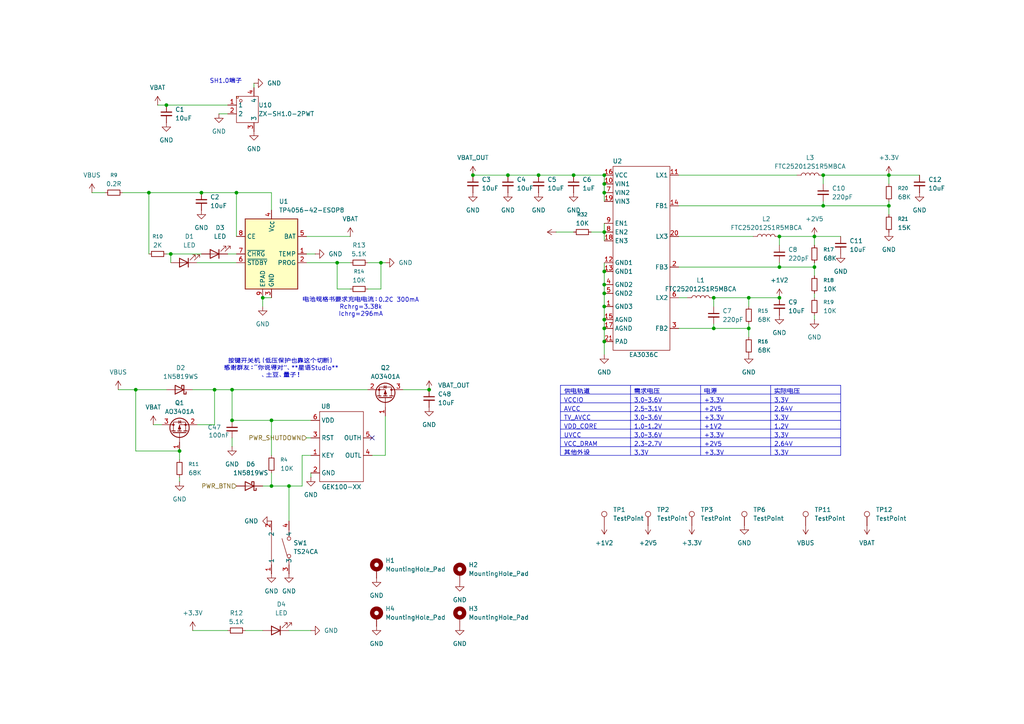
<source format=kicad_sch>
(kicad_sch (version 20250114) (generator "eeschema") (generator_version "9.0")
  (paper "A4")
  (title_block (title "明日方舟电子通行证") (date "2025-11-26") (rev "V0.3.1") (company "Shirogane Tsumugi") (comment 1 "V0.3 添加屏幕兼容接口，添加SD卡槽，优化布线") (comment 2 "V0.3.1 BUG修复") (comment 3 "V0.3.2（V0.4） 生产优化。") (comment 4 "V0.5 实现按键开关机、低电量关机、拉出i2s"))
  (lib_symbols
    (symbol "Battery_Management:TP4056-42-ESOP8"
      (property "Reference" "U" (at -6.604 11.684 0))
      (property "Value" "TP4056-42-ESOP8" (at 10.16 11.684 0))
      (symbol "TP4056-42-ESOP8_1_0"
        (pin input line (at -10.16 5.08 0) (length 2.54) (name "CE") (number "8"))
        (pin open_collector line (at -10.16 0 0) (length 2.54) (name "~{CHRG}") (number "7"))
        (pin open_collector line (at -10.16 -2.54 0) (length 2.54) (name "~{STDBY}") (number "6"))
        (pin passive line (at -2.54 -12.7 90) (length 2.54) (name "EPAD") (number "9"))
        (pin power_in line (at 0 12.7 270) (length 2.54) (name "V_{CC}") (number "4"))
        (pin power_in line (at 0 -12.7 90) (length 2.54) (name "GND") (number "3"))
        (pin power_out line (at 10.16 5.08 180) (length 2.54) (name "BAT") (number "5"))
        (pin input line (at 10.16 0 180) (length 2.54) (name "TEMP") (number "1"))
        (pin passive line (at 10.16 -2.54 180) (length 2.54) (name "PROG") (number "2"))
      )
    )
    (symbol "Connector:TestPoint" (pin_numbers (hide yes)) (pin_names (offset 0.762) (hide yes))
      (property "Reference" "TP" (at 0 6.858 0))
      (property "Value" "TestPoint" (at 0 5.08 0))
      (symbol "TestPoint_1_1"
        (pin passive line (at 0 0 90) (length 2.54) (name "1") (number "1"))
      )
    )
    (symbol "Device:C_Small" (pin_numbers (hide yes)) (pin_names (offset 0.254) (hide yes))
      (property "Reference" "C" (at 0.254 1.778 0))
      (property "Value" "C_Small" (at 0.254 -2.032 0))
      (symbol "C_Small_1_1"
        (pin passive line (at 0 2.54 270) (length 2.032) (name "~") (number "1"))
        (pin passive line (at 0 -2.54 90) (length 2.032) (name "~") (number "2"))
      )
    )
    (symbol "Device:L" (pin_numbers (hide yes)) (pin_names (offset 1.016) (hide yes))
      (property "Reference" "L" (at -1.27 0 90))
      (property "Value" "L" (at 1.905 0 90))
      (symbol "L_1_1"
        (pin passive line (at 0 3.81 270) (length 1.27) (name "1") (number "1"))
        (pin passive line (at 0 -3.81 90) (length 1.27) (name "2") (number "2"))
      )
    )
    (symbol "Device:LED" (pin_numbers (hide yes)) (pin_names (offset 1.016) (hide yes))
      (property "Reference" "D" (at 0 2.54 0))
      (property "Value" "LED" (at 0 -2.54 0))
      (symbol "LED_1_1"
        (pin passive line (at -3.81 0 0) (length 2.54) (name "K") (number "1"))
        (pin passive line (at 3.81 0 180) (length 2.54) (name "A") (number "2"))
      )
    )
    (symbol "Device:R_Small" (pin_numbers (hide yes)) (pin_names (offset 0.254) (hide yes))
      (property "Reference" "R" (at 0 0 90))
      (property "Value" "R_Small" (at 1.778 0 90))
      (symbol "R_Small_1_1"
        (pin passive line (at 0 2.54 270) (length 0.762) (name "~") (number "1"))
        (pin passive line (at 0 -2.54 90) (length 0.762) (name "~") (number "2"))
      )
    )
    (symbol "Diode:1N5819WS" (pin_numbers (hide yes)) (pin_names (offset 1.016) (hide yes))
      (property "Reference" "D" (at 0 2.54 0))
      (property "Value" "1N5819WS" (at 0 -2.54 0))
      (symbol "1N5819WS_1_1"
        (pin passive line (at -3.81 0 0) (length 2.54) (name "K") (number "1"))
        (pin passive line (at 3.81 0 180) (length 2.54) (name "A") (number "2"))
      )
    )
    (symbol "EasyEDA:EA3036C"
      (property "Reference" "U" (at -7.874 33.02 0))
      (property "Value" "EA3036C" (at 0 -22.86 0))
      (symbol "EA3036C_0_1"
        (pin power_in line (at -11.43 29.21 0) (length 2.54) (name "VCC") (number "16"))
        (pin power_in line (at -11.43 26.67 0) (length 2.54) (name "VIN1") (number "10"))
        (pin power_in line (at -11.43 24.13 0) (length 2.54) (name "VIN2") (number "7"))
        (pin power_in line (at -11.43 21.59 0) (length 2.54) (name "VIN3") (number "19"))
        (pin input line (at -11.43 15.24 0) (length 2.54) (name "EN1") (number "9"))
        (pin input line (at -11.43 12.7 0) (length 2.54) (name "EN2") (number "8"))
        (pin input line (at -11.43 10.16 0) (length 2.54) (name "EN3") (number "18"))
        (pin power_in line (at -11.43 3.81 0) (length 2.54) (name "GND1") (number "12"))
        (pin power_in line (at -11.43 1.27 0) (length 2.54) (name "GND1") (number "13"))
        (pin power_in line (at -11.43 -2.54 0) (length 2.54) (name "GND2") (number "4"))
        (pin power_in line (at -11.43 -5.08 0) (length 2.54) (name "GND2") (number "5"))
        (pin power_in line (at -11.43 -8.89 0) (length 2.54) (name "GND3") (number "1"))
        (pin power_in line (at -11.43 -12.7 0) (length 2.54) (name "AGND") (number "15"))
        (pin power_in line (at -11.43 -15.24 0) (length 2.54) (name "AGND") (number "17"))
        (pin power_in line (at -11.43 -19.05 0) (length 2.54) (name "PAD") (number "21"))
        (pin unspecified line (at 10.16 29.21 180) (length 2.54) (name "LX1") (number "11"))
        (pin unspecified line (at 10.16 20.32 180) (length 2.54) (name "FB1") (number "14"))
        (pin unspecified line (at 10.16 11.43 180) (length 2.54) (name "LX3") (number "20"))
        (pin unspecified line (at 10.16 2.54 180) (length 2.54) (name "FB3") (number "2"))
        (pin unspecified line (at 10.16 -6.35 180) (length 2.54) (name "LX2") (number "6"))
        (pin unspecified line (at 10.16 -15.24 180) (length 2.54) (name "FB2") (number "3"))
      )
    )
    (symbol "EasyEDA:ZX-SH1.0-2PWT"
      (property "Reference" "U" (at 0 11.43 0))
      (property "Value" "ZX-SH1.0-2PWT" (at 0 -11.43 0))
      (symbol "ZX-SH1.0-2PWT_0_1"
        (pin unspecified line (at -3.81 1.27 0) (length 2.54) (name "1") (number "1"))
        (pin unspecified line (at -3.81 -1.27 0) (length 2.54) (name "2") (number "2"))
        (pin unspecified line (at 3.81 6.35 270) (length 2.54) (name "4") (number "4"))
        (pin unspecified line (at 3.81 -6.35 90) (length 2.54) (name "3") (number "3"))
      )
    )
    (symbol "EasyEDA_old:TS24CA"
      (property "Reference" "SW" (at 0 7.62 0))
      (property "Value" "TS24CA" (at 0 -7.62 0))
      (symbol "TS24CA_0_1"
        (pin unspecified line (at -7.62 2.54 0) (length 2.54) (name "1") (number "1"))
        (pin unspecified line (at -7.62 -2.54 0) (length 2.54) (name "3") (number "3"))
        (pin unspecified line (at 7.62 -2.54 180) (length 2.54) (name "4") (number "4"))
      )
      (symbol "TS24CA_1_1"
        (pin unspecified line (at 7.62 2.54 180) (length 2.54) (name "2") (number "2"))
      )
    )
    (symbol "Mechanical:MountingHole_Pad" (pin_numbers (hide yes)) (pin_names (offset 1.016) (hide yes)) (in_bom no)
      (property "Reference" "H" (at 0 6.35 0))
      (property "Value" "MountingHole_Pad" (at 0 4.445 0))
      (symbol "MountingHole_Pad_1_1"
        (pin input line (at 0 -2.54 90) (length 2.54) (name "1") (number "1"))
      )
    )
    (symbol "Transistor_FET:AO3401A" (pin_names (hide yes))
      (property "Reference" "Q" (at 5.08 1.905 0))
      (property "Value" "AO3401A" (at 5.08 0 0))
      (symbol "AO3401A_1_1"
        (pin input line (at -5.08 0 0) (length 2.54) (name "G") (number "1"))
        (pin passive line (at 2.54 5.08 270) (length 2.54) (name "D") (number "3"))
        (pin passive line (at 2.54 -5.08 90) (length 2.54) (name "S") (number "2"))
      )
    )
    (symbol "power:+1V2" (power) (pin_numbers (hide yes)) (pin_names (offset 0) (hide yes))
      (property "Value" "+1V2" (at 0 3.556 0))
      (symbol "+1V2_1_1"
        (pin power_in line (at 0 0 90) (length 0) (name "~") (number "1"))
      )
    )
    (symbol "power:+2V5" (power) (pin_numbers (hide yes)) (pin_names (offset 0) (hide yes))
      (property "Value" "+2V5" (at 0 3.556 0))
      (symbol "+2V5_1_1"
        (pin power_in line (at 0 0 90) (length 0) (name "~") (number "1"))
      )
    )
    (symbol "power:+3.3V" (power) (pin_numbers (hide yes)) (pin_names (offset 0) (hide yes))
      (property "Value" "+3.3V" (at 0 3.556 0))
      (symbol "+3.3V_1_1"
        (pin power_in line (at 0 0 90) (length 0) (name "~") (number "1"))
      )
    )
    (symbol "power:GND" (power) (pin_numbers (hide yes)) (pin_names (offset 0) (hide yes))
      (property "Value" "GND" (at 0 -3.81 0))
      (symbol "GND_1_1"
        (pin power_in line (at 0 0 270) (length 0) (name "~") (number "1"))
      )
    )
    (symbol "power:VBUS" (power) (pin_numbers (hide yes)) (pin_names (offset 0) (hide yes))
      (property "Value" "VBUS" (at 0 3.556 0))
      (symbol "VBUS_1_1"
        (pin power_in line (at 0 0 90) (length 0) (name "~") (number "1"))
      )
    )
    (symbol "shirogane:GEK100-XX"
      (symbol "GEK100-XX_1_1"
        (pin power_in line (at -8.89 7.62 0) (length 2.54) (name "VDD") (number "6"))
        (pin input line (at -8.89 2.54 0) (length 2.54) (name "RST") (number "3"))
        (pin input line (at -8.89 -2.54 0) (length 2.54) (name "KEY") (number "1"))
        (pin power_in line (at -8.89 -7.62 0) (length 2.54) (name "GND") (number "2"))
        (pin output line (at 8.89 2.54 180) (length 2.54) (name "OUTH") (number "5"))
        (pin output line (at 8.89 -2.54 180) (length 2.54) (name "OUTL") (number "4"))
      )
    )
  )
  (text "按键开关机（低压保护也靠这个切断）\n感谢群友：“你说得对”、**星语Studio**\n、土豆、量子！" (at 81.534 106.934 0) (effects (font (size 1.27 1.27))))
  (text "SH1.0端子" (at 65.532 23.622 0) (effects (font (size 1.27 1.27))))
  (text "电池规格书要求充电电流：0.2C 300mA\nRchrg=3.38k\nIchrg=296mA" (at 104.648 89.154 0) (effects (font (size 1.27 1.27))))
  (junction (at 156.21 50.8))
  (junction (at 175.26 50.8))
  (junction (at 238.76 59.69))
  (junction (at 67.31 121.92))
  (junction (at 238.76 50.8))
  (junction (at 226.06 68.58))
  (junction (at 207.01 95.25))
  (junction (at 207.01 86.36))
  (junction (at 67.31 113.03))
  (junction (at 49.53 73.66))
  (junction (at 39.37 113.03))
  (junction (at 58.42 55.88))
  (junction (at 97.79 76.2))
  (junction (at 76.2 86.36))
  (junction (at 175.26 88.9))
  (junction (at 175.26 67.31))
  (junction (at 78.74 140.97))
  (junction (at 166.37 50.8))
  (junction (at 257.81 59.69))
  (junction (at 236.22 77.47))
  (junction (at 175.26 82.55))
  (junction (at 175.26 85.09))
  (junction (at 83.82 140.97))
  (junction (at 175.26 53.34))
  (junction (at 48.26 30.48))
  (junction (at 226.06 77.47))
  (junction (at 78.74 121.92))
  (junction (at 137.16 50.8))
  (junction (at 236.22 68.58))
  (junction (at 124.46 113.03))
  (junction (at 68.58 55.88))
  (junction (at 257.81 50.8))
  (junction (at 217.17 95.25))
  (junction (at 175.26 55.88))
  (junction (at 43.18 55.88))
  (junction (at 110.49 76.2))
  (junction (at 147.32 50.8))
  (junction (at 175.26 99.06))
  (junction (at 175.26 92.71))
  (junction (at 62.23 113.03))
  (junction (at 175.26 78.74))
  (junction (at 217.17 86.36))
  (junction (at 226.06 86.36))
  (junction (at 175.26 95.25))
  (junction (at 52.07 130.81))
  (no_connect (at 107.95 127))
  (wire (pts (xy 175.26 50.8) (xy 175.26 53.34)))
  (wire (pts (xy 39.37 113.03) (xy 48.26 113.03)))
  (wire (pts (xy 39.37 130.81) (xy 52.07 130.81)))
  (wire (pts (xy 236.22 68.58) (xy 243.84 68.58)))
  (wire (pts (xy 49.53 73.66) (xy 58.42 73.66)))
  (wire (pts (xy 166.37 67.31) (xy 161.29 67.31)))
  (wire (pts (xy 166.37 50.8) (xy 175.26 50.8)))
  (wire (pts (xy 110.49 83.82) (xy 110.49 76.2)))
  (wire (pts (xy 87.63 140.97) (xy 87.63 132.08)))
  (wire (pts (xy 39.37 113.03) (xy 34.29 113.03)))
  (wire (pts (xy 207.01 86.36) (xy 217.17 86.36)))
  (wire (pts (xy 238.76 50.8) (xy 238.76 53.34)))
  (wire (pts (xy 257.81 50.8) (xy 257.81 53.34)))
  (wire (pts (xy 175.26 82.55) (xy 175.26 85.09)))
  (wire (pts (xy 73.66 24.13) (xy 73.66 25.4)))
  (wire (pts (xy 45.72 30.48) (xy 48.26 30.48)))
  (wire (pts (xy 43.18 55.88) (xy 43.18 73.66)))
  (wire (pts (xy 101.6 83.82) (xy 97.79 83.82)))
  (wire (pts (xy 68.58 55.88) (xy 68.58 68.58)))
  (wire (pts (xy 26.67 55.88) (xy 30.48 55.88)))
  (wire (pts (xy 78.74 121.92) (xy 90.17 121.92)))
  (wire (pts (xy 137.16 50.8) (xy 147.32 50.8)))
  (wire (pts (xy 196.85 68.58) (xy 218.44 68.58)))
  (wire (pts (xy 67.31 113.03) (xy 106.68 113.03)))
  (wire (pts (xy 58.42 55.88) (xy 68.58 55.88)))
  (wire (pts (xy 217.17 93.98) (xy 217.17 95.25)))
  (wire (pts (xy 49.53 73.66) (xy 49.53 76.2)))
  (wire (pts (xy 236.22 68.58) (xy 236.22 71.12)))
  (wire (pts (xy 147.32 50.8) (xy 156.21 50.8)))
  (wire (pts (xy 90.17 137.16) (xy 90.17 138.43)))
  (wire (pts (xy 78.74 121.92) (xy 78.74 132.08)))
  (wire (pts (xy 67.31 129.54) (xy 67.31 127)))
  (wire (pts (xy 226.06 68.58) (xy 226.06 71.12)))
  (wire (pts (xy 116.84 113.03) (xy 124.46 113.03)))
  (wire (pts (xy 236.22 92.71) (xy 236.22 91.44)))
  (wire (pts (xy 68.58 55.88) (xy 78.74 55.88)))
  (wire (pts (xy 76.2 88.9) (xy 76.2 86.36)))
  (wire (pts (xy 62.23 123.19) (xy 57.15 123.19)))
  (wire (pts (xy 101.6 68.58) (xy 88.9 68.58)))
  (wire (pts (xy 90.17 182.88) (xy 83.82 182.88)))
  (wire (pts (xy 175.26 53.34) (xy 175.26 55.88)))
  (wire (pts (xy 226.06 68.58) (xy 236.22 68.58)))
  (wire (pts (xy 175.26 64.77) (xy 175.26 67.31)))
  (wire (pts (xy 238.76 59.69) (xy 257.81 59.69)))
  (wire (pts (xy 236.22 77.47) (xy 236.22 80.01)))
  (wire (pts (xy 175.26 67.31) (xy 175.26 69.85)))
  (wire (pts (xy 257.81 50.8) (xy 266.7 50.8)))
  (wire (pts (xy 62.23 113.03) (xy 67.31 113.03)))
  (wire (pts (xy 175.26 92.71) (xy 175.26 95.25)))
  (wire (pts (xy 196.85 59.69) (xy 238.76 59.69)))
  (wire (pts (xy 78.74 137.16) (xy 78.74 140.97)))
  (wire (pts (xy 207.01 95.25) (xy 217.17 95.25)))
  (wire (pts (xy 207.01 86.36) (xy 207.01 88.9)))
  (wire (pts (xy 217.17 86.36) (xy 217.17 88.9)))
  (wire (pts (xy 97.79 76.2) (xy 101.6 76.2)))
  (wire (pts (xy 63.5 33.02) (xy 66.04 33.02)))
  (wire (pts (xy 175.26 99.06) (xy 175.26 102.87)))
  (wire (pts (xy 52.07 133.35) (xy 52.07 130.81)))
  (wire (pts (xy 35.56 55.88) (xy 43.18 55.88)))
  (wire (pts (xy 236.22 76.2) (xy 236.22 77.47)))
  (wire (pts (xy 110.49 76.2) (xy 106.68 76.2)))
  (wire (pts (xy 44.45 123.19) (xy 46.99 123.19)))
  (wire (pts (xy 52.07 139.7) (xy 52.07 138.43)))
  (wire (pts (xy 83.82 151.13) (xy 83.82 140.97)))
  (wire (pts (xy 217.17 95.25) (xy 217.17 97.79)))
  (wire (pts (xy 55.88 182.88) (xy 66.04 182.88)))
  (wire (pts (xy 236.22 86.36) (xy 236.22 85.09)))
  (wire (pts (xy 62.23 113.03) (xy 62.23 123.19)))
  (wire (pts (xy 196.85 77.47) (xy 226.06 77.47)))
  (wire (pts (xy 78.74 140.97) (xy 83.82 140.97)))
  (wire (pts (xy 226.06 86.36) (xy 217.17 86.36)))
  (wire (pts (xy 238.76 50.8) (xy 257.81 50.8)))
  (wire (pts (xy 196.85 95.25) (xy 207.01 95.25)))
  (wire (pts (xy 175.26 85.09) (xy 175.26 88.9)))
  (wire (pts (xy 48.26 73.66) (xy 49.53 73.66)))
  (wire (pts (xy 175.26 78.74) (xy 175.26 82.55)))
  (wire (pts (xy 175.26 55.88) (xy 175.26 58.42)))
  (wire (pts (xy 171.45 67.31) (xy 175.26 67.31)))
  (wire (pts (xy 88.9 76.2) (xy 97.79 76.2)))
  (wire (pts (xy 111.76 120.65) (xy 111.76 132.08)))
  (wire (pts (xy 97.79 83.82) (xy 97.79 76.2)))
  (wire (pts (xy 66.04 73.66) (xy 68.58 73.66)))
  (wire (pts (xy 90.17 127) (xy 88.9 127)))
  (wire (pts (xy 196.85 50.8) (xy 231.14 50.8)))
  (wire (pts (xy 57.15 76.2) (xy 68.58 76.2)))
  (wire (pts (xy 226.06 77.47) (xy 236.22 77.47)))
  (wire (pts (xy 175.26 88.9) (xy 175.26 92.71)))
  (wire (pts (xy 48.26 30.48) (xy 66.04 30.48)))
  (wire (pts (xy 196.85 86.36) (xy 199.39 86.36)))
  (wire (pts (xy 76.2 86.36) (xy 78.74 86.36)))
  (wire (pts (xy 107.95 132.08) (xy 111.76 132.08)))
  (wire (pts (xy 207.01 93.98) (xy 207.01 95.25)))
  (wire (pts (xy 226.06 76.2) (xy 226.06 77.47)))
  (wire (pts (xy 87.63 140.97) (xy 83.82 140.97)))
  (wire (pts (xy 67.31 113.03) (xy 67.31 121.92)))
  (wire (pts (xy 39.37 113.03) (xy 39.37 130.81)))
  (wire (pts (xy 257.81 59.69) (xy 257.81 62.23)))
  (wire (pts (xy 78.74 55.88) (xy 78.74 60.96)))
  (wire (pts (xy 238.76 58.42) (xy 238.76 59.69)))
  (wire (pts (xy 175.26 95.25) (xy 175.26 99.06)))
  (wire (pts (xy 88.9 73.66) (xy 91.44 73.66)))
  (wire (pts (xy 76.2 140.97) (xy 78.74 140.97)))
  (wire (pts (xy 106.68 83.82) (xy 110.49 83.82)))
  (wire (pts (xy 111.76 76.2) (xy 110.49 76.2)))
  (wire (pts (xy 43.18 55.88) (xy 58.42 55.88)))
  (wire (pts (xy 175.26 76.2) (xy 175.26 78.74)))
  (wire (pts (xy 156.21 50.8) (xy 166.37 50.8)))
  (wire (pts (xy 87.63 132.08) (xy 90.17 132.08)))
  (wire (pts (xy 257.81 58.42) (xy 257.81 59.69)))
  (wire (pts (xy 67.31 121.92) (xy 78.74 121.92)))
  (wire (pts (xy 76.2 182.88) (xy 71.12 182.88)))
  (wire (pts (xy 55.88 113.03) (xy 62.23 113.03)))
  (table (column_count 4) (border (external yes) (header yes)) (separators (rows yes) (cols yes)) (column_widths 20.32 20.32 20.32 20.32) (row_heights 2.54 2.54 2.54 2.54 2.54 2.54 2.54 2.54) (cells (table_cell "供电轨道" (at 162.56 111.76 0) (size 20.32 2.54) (margins 0.9525 0.9525 0.9525 0.9525) (span 1 1)) (table_cell "需求电压" (at 182.88 111.76 0) (size 20.32 2.54) (margins 0.9525 0.9525 0.9525 0.9525) (span 1 1)) (table_cell "电源" (at 203.2 111.76 0) (size 20.32 2.54) (margins 0.9525 0.9525 0.9525 0.9525) (span 1 1)) (table_cell "实际电压" (at 223.52 111.76 0) (size 20.32 2.54) (margins 0.9525 0.9525 0.9525 0.9525) (span 1 1)) (table_cell "VCCIO" (at 162.56 114.3 0) (size 20.32 2.54) (margins 0.9525 0.9525 0.9525 0.9525) (span 1 1)) (table_cell "3.0~3.6V" (at 182.88 114.3 0) (size 20.32 2.54) (margins 0.9525 0.9525 0.9525 0.9525) (span 1 1)) (table_cell "+3.3V" (at 203.2 114.3 0) (size 20.32 2.54) (margins 0.9525 0.9525 0.9525 0.9525) (span 1 1)) (table_cell "3.3V" (at 223.52 114.3 0) (size 20.32 2.54) (margins 0.9525 0.9525 0.9525 0.9525) (span 1 1)) (table_cell "AVCC" (at 162.56 116.84 0) (size 20.32 2.54) (margins 0.9525 0.9525 0.9525 0.9525) (span 1 1)) (table_cell "2.5~3.1V" (at 182.88 116.84 0) (size 20.32 2.54) (margins 0.9525 0.9525 0.9525 0.9525) (span 1 1)) (table_cell "+2V5" (at 203.2 116.84 0) (size 20.32 2.54) (margins 0.9525 0.9525 0.9525 0.9525) (span 1 1)) (table_cell "2.64V" (at 223.52 116.84 0) (size 20.32 2.54) (margins 0.9525 0.9525 0.9525 0.9525) (span 1 1)) (table_cell "TV_AVCC" (at 162.56 119.38 0) (size 20.32 2.54) (margins 0.9525 0.9525 0.9525 0.9525) (span 1 1)) (table_cell "3.0~3.6V" (at 182.88 119.38 0) (size 20.32 2.54) (margins 0.9525 0.9525 0.9525 0.9525) (span 1 1)) (table_cell "+3.3V" (at 203.2 119.38 0) (size 20.32 2.54) (margins 0.9525 0.9525 0.9525 0.9525) (span 1 1)) (table_cell "3.3V" (at 223.52 119.38 0) (size 20.32 2.54) (margins 0.9525 0.9525 0.9525 0.9525) (span 1 1)) (table_cell "VDD_CORE" (at 162.56 121.92 0) (size 20.32 2.54) (margins 0.9525 0.9525 0.9525 0.9525) (span 1 1)) (table_cell "1.0~1.2V" (at 182.88 121.92 0) (size 20.32 2.54) (margins 0.9525 0.9525 0.9525 0.9525) (span 1 1)) (table_cell "+1V2" (at 203.2 121.92 0) (size 20.32 2.54) (margins 0.9525 0.9525 0.9525 0.9525) (span 1 1)) (table_cell "1.2V" (at 223.52 121.92 0) (size 20.32 2.54) (margins 0.9525 0.9525 0.9525 0.9525) (span 1 1)) (table_cell "UVCC" (at 162.56 124.46 0) (size 20.32 2.54) (margins 0.9525 0.9525 0.9525 0.9525) (span 1 1)) (table_cell "3.0~3.6V" (at 182.88 124.46 0) (size 20.32 2.54) (margins 0.9525 0.9525 0.9525 0.9525) (span 1 1)) (table_cell "+3.3V" (at 203.2 124.46 0) (size 20.32 2.54) (margins 0.9525 0.9525 0.9525 0.9525) (span 1 1)) (table_cell "3.3V" (at 223.52 124.46 0) (size 20.32 2.54) (margins 0.9525 0.9525 0.9525 0.9525) (span 1 1)) (table_cell "VCC_DRAM" (at 162.56 127 0) (size 20.32 2.54) (margins 0.9525 0.9525 0.9525 0.9525) (span 1 1)) (table_cell "2.3~2.7V" (at 182.88 127 0) (size 20.32 2.54) (margins 0.9525 0.9525 0.9525 0.9525) (span 1 1)) (table_cell "+2V5" (at 203.2 127 0) (size 20.32 2.54) (margins 0.9525 0.9525 0.9525 0.9525) (span 1 1)) (table_cell "2.64V" (at 223.52 127 0) (size 20.32 2.54) (margins 0.9525 0.9525 0.9525 0.9525) (span 1 1)) (table_cell "其他外设" (at 162.56 129.54 0) (size 20.32 2.54) (margins 0.9525 0.9525 0.9525 0.9525) (span 1 1)) (table_cell "3.3V" (at 182.88 129.54 0) (size 20.32 2.54) (margins 0.9525 0.9525 0.9525 0.9525) (span 1 1)) (table_cell "+3.3V" (at 203.2 129.54 0) (size 20.32 2.54) (margins 0.9525 0.9525 0.9525 0.9525) (span 1 1)) (table_cell "3.3V" (at 223.52 129.54 0) (size 20.32 2.54) (margins 0.9525 0.9525 0.9525 0.9525) (span 1 1))))
  (hierarchical_label "PWR_BTN" (shape input) (at 68.58 140.97 180))
  (hierarchical_label "PWR_SHUTDOWN" (shape input) (at 88.9 127 180))
  (symbol (lib_id "power:+3.3V") (at 55.88 182.88 0) (unit 1)
    (property "Reference" "#PWR010" (effects (hide yes)))
    (property "Value" "+3.3V" (at 55.88 177.8 0))
    (property "Description" "Power symbol creates a global label with name \"+3.3V\"" (effects (hide yes)))
  )
  (symbol (lib_id "Device:C_Small") (at 226.06 88.9 0) (unit 1)
    (property "Reference" "C9" (at 228.6 87.6362 0) (effects (justify left)))
    (property "Value" "10uF" (at 228.6 90.1762 0) (effects (justify left)))
    (property "Footprint" "Capacitor_SMD:C_0603_1608Metric" (effects (hide yes)))
    (property "Description" "Unpolarized capacitor, small symbol" (effects (hide yes)))
  )
  (symbol (lib_id "power:GND") (at 76.2 88.9 0) (unit 1)
    (property "Reference" "#PWR017" (effects (hide yes)))
    (property "Value" "GND" (at 76.2 93.98 0))
    (property "Description" "Power symbol creates a global label with name \"GND\" , ground" (effects (hide yes)))
  )
  (symbol (lib_id "Connector:TestPoint") (at 175.26 152.4 0) (unit 1)
    (property "Reference" "TP1" (at 177.8 147.8279 0) (effects (justify left)))
    (property "Value" "TestPoint" (at 177.8 150.3679 0) (effects (justify left)))
    (property "Footprint" "TestPoint:TestPoint_Pad_D1.0mm" (effects (hide yes)))
    (property "Description" "test point" (effects (hide yes)))
  )
  (symbol (lib_id "Device:C_Small") (at 266.7 53.34 0) (unit 1)
    (property "Reference" "C12" (at 269.24 52.0762 0) (effects (justify left)))
    (property "Value" "10uF" (at 269.24 54.6162 0) (effects (justify left)))
    (property "Footprint" "Capacitor_SMD:C_0603_1608Metric" (effects (hide yes)))
    (property "Description" "Unpolarized capacitor, small symbol" (effects (hide yes)))
  )
  (symbol (lib_id "Device:L") (at 222.25 68.58 90) (unit 1)
    (property "Reference" "L2" (at 222.25 63.5 90))
    (property "Value" "FTC252012S1R5MBCA" (at 222.25 66.04 90))
    (property "Footprint" "EasyEDA:IND-SMD_L2.5-W2.0-VLS252012CX-150M" (effects (hide yes)))
    (property "Description" "Inductor" (effects (hide yes)))
  )
  (symbol (lib_id "power:GND") (at 63.5 33.02 0) (unit 1)
    (property "Reference" "#PWR016" (effects (hide yes)))
    (property "Value" "GND" (at 63.5 38.1 0))
    (property "Description" "Power symbol creates a global label with name \"GND\" , ground" (effects (hide yes)))
  )
  (symbol (lib_id "Device:L") (at 203.2 86.36 90) (unit 1)
    (property "Reference" "L1" (at 203.2 81.28 90))
    (property "Value" "FTC252012S1R5MBCA" (at 203.2 83.82 90))
    (property "Footprint" "EasyEDA:IND-SMD_L2.5-W2.0-VLS252012CX-150M" (effects (hide yes)))
    (property "Description" "Inductor" (effects (hide yes)))
  )
  (symbol (lib_id "power:GND") (at 266.7 55.88 0) (unit 1)
    (property "Reference" "#PWR037" (effects (hide yes)))
    (property "Value" "GND" (at 266.7 60.96 0))
    (property "Description" "Power symbol creates a global label with name \"GND\" , ground" (effects (hide yes)))
  )
  (symbol (lib_id "Device:C_Small") (at 67.31 124.46 0) (unit 1)
    (property "Reference" "C47" (at 60.198 123.952 0) (effects (justify left)))
    (property "Value" "100nF" (at 60.452 126.238 0) (effects (justify left)))
    (property "Footprint" "Capacitor_SMD:C_0603_1608Metric" (effects (hide yes)))
    (property "Description" "Unpolarized capacitor, small symbol" (effects (hide yes)))
  )
  (symbol (lib_id "power:GND") (at 257.81 67.31 0) (unit 1)
    (property "Reference" "#PWR036" (effects (hide yes)))
    (property "Value" "GND" (at 257.81 72.39 0))
    (property "Description" "Power symbol creates a global label with name \"GND\" , ground" (effects (hide yes)))
  )
  (symbol (lib_id "power:GND") (at 109.22 181.61 0) (mirror y) (unit 1)
    (property "Reference" "#PWR0125" (effects (hide yes)))
    (property "Value" "GND" (at 109.22 186.69 0))
    (property "Description" "Power symbol creates a global label with name \"GND\" , ground" (effects (hide yes)))
  )
  (symbol (lib_id "Device:R_Small") (at 236.22 88.9 180) (unit 1)
    (property "Reference" "R19" (at 238.76 87.6299 0) (effects (font (size 1.016 1.016)) (justify right)))
    (property "Value" "10K" (at 238.76 90.1699 0) (effects (justify right)))
    (property "Footprint" "Resistor_SMD:R_0603_1608Metric" (effects (hide yes)))
    (property "Description" "Resistor, small symbol" (effects (hide yes)))
  )
  (symbol (lib_id "power:GND") (at 83.82 166.37 0) (mirror y) (unit 1)
    (property "Reference" "#PWR0157" (effects (hide yes)))
    (property "Value" "GND" (at 83.82 171.45 0))
    (property "Description" "Power symbol creates a global label with name \"GND\" , ground" (effects (hide yes)))
  )
  (symbol (lib_id "power:GND") (at 67.31 129.54 0) (mirror y) (unit 1)
    (property "Reference" "#PWR0151" (effects (hide yes)))
    (property "Value" "GND" (at 67.31 134.62 0))
    (property "Description" "Power symbol creates a global label with name \"GND\" , ground" (effects (hide yes)))
  )
  (symbol (lib_id "power:+2V5") (at 236.22 68.58 0) (unit 1)
    (property "Reference" "#PWR032" (effects (hide yes)))
    (property "Value" "+2V5" (at 236.22 63.5 0))
    (property "Description" "Power symbol creates a global label with name \"+2V5\"" (effects (hide yes)))
  )
  (symbol (lib_id "power:GND") (at 73.66 24.13 90) (unit 1)
    (property "Reference" "#PWR0113" (effects (hide yes)))
    (property "Value" "GND" (at 77.47 24.1299 90) (effects (justify right)))
    (property "Description" "Power symbol creates a global label with name \"GND\" , ground" (effects (hide yes)))
  )
  (symbol (lib_id "power:GND") (at 109.22 167.64 0) (mirror y) (unit 1)
    (property "Reference" "#PWR0124" (effects (hide yes)))
    (property "Value" "GND" (at 109.22 172.72 0))
    (property "Description" "Power symbol creates a global label with name \"GND\" , ground" (effects (hide yes)))
  )
  (symbol (lib_id "power:GND") (at 90.17 182.88 90) (unit 1)
    (property "Reference" "#PWR018" (effects (hide yes)))
    (property "Value" "GND" (at 93.98 182.8799 90) (effects (justify right)))
    (property "Description" "Power symbol creates a global label with name \"GND\" , ground" (effects (hide yes)))
  )
  (symbol (lib_id "power:GND") (at 226.06 91.44 0) (unit 1)
    (property "Reference" "#PWR031" (effects (hide yes)))
    (property "Value" "GND" (at 226.06 96.52 0))
    (property "Description" "Power symbol creates a global label with name \"GND\" , ground" (effects (hide yes)))
  )
  (symbol (lib_id "Diode:1N5819WS") (at 72.39 140.97 180) (unit 1)
    (property "Reference" "D6" (at 72.7075 134.62 0))
    (property "Value" "1N5819WS" (at 72.7075 137.16 0))
    (property "Footprint" "shirogane:D_SOD-323" (effects (hide yes)))
    (property "Datasheet" "https://datasheet.lcsc.com/lcsc/2204281430_Guangdong-Hottech-1N5819WS_C191023.pdf" (effects (hide yes)))
    (property "Description" "40V 600mV@1A 1A SOD-323 Schottky Barrier Diodes, SOD-323" (effects (hide yes)))
  )
  (symbol (lib_id "Device:R_Small") (at 104.14 83.82 270) (unit 1)
    (property "Reference" "R14" (at 104.14 78.74 90) (effects (font (size 1.016 1.016))))
    (property "Value" "10K" (at 104.14 81.28 90))
    (property "Footprint" "Resistor_SMD:R_0603_1608Metric" (effects (hide yes)))
    (property "Description" "Resistor, small symbol" (effects (hide yes)))
  )
  (symbol (lib_id "power:GND") (at 91.44 73.66 90) (unit 1)
    (property "Reference" "#PWR021" (effects (hide yes)))
    (property "Value" "GND" (at 95.25 73.6599 90) (effects (justify right)))
    (property "Description" "Power symbol creates a global label with name \"GND\" , ground" (effects (hide yes)))
  )
  (symbol (lib_id "Device:R_Small") (at 257.81 64.77 180) (unit 1)
    (property "Reference" "R21" (at 260.35 63.4999 0) (effects (font (size 1.016 1.016)) (justify right)))
    (property "Value" "15K" (at 260.35 66.0399 0) (effects (justify right)))
    (property "Footprint" "Resistor_SMD:R_0603_1608Metric" (effects (hide yes)))
    (property "Description" "Resistor, small symbol" (effects (hide yes)))
  )
  (symbol (lib_id "Device:C_Small") (at 243.84 71.12 0) (unit 1)
    (property "Reference" "C11" (at 246.38 69.8562 0) (effects (justify left)))
    (property "Value" "10uF" (at 246.38 72.3962 0) (effects (justify left)))
    (property "Footprint" "Capacitor_SMD:C_0603_1608Metric" (effects (hide yes)))
    (property "Description" "Unpolarized capacitor, small symbol" (effects (hide yes)))
  )
  (symbol (lib_id "Device:R_Small") (at 45.72 73.66 90) (unit 1)
    (property "Reference" "R10" (at 45.72 68.58 90) (effects (font (size 1.016 1.016))))
    (property "Value" "2K" (at 45.72 71.12 90))
    (property "Footprint" "Resistor_SMD:R_0603_1608Metric" (effects (hide yes)))
    (property "Description" "Resistor, small symbol" (effects (hide yes)))
  )
  (symbol (lib_id "power:GND") (at 90.17 138.43 0) (mirror y) (unit 1)
    (property "Reference" "#PWR0140" (effects (hide yes)))
    (property "Value" "GND" (at 90.17 143.51 0))
    (property "Description" "Power symbol creates a global label with name \"GND\" , ground" (effects (hide yes)))
  )
  (symbol (lib_id "Device:R_Small") (at 217.17 100.33 180) (unit 1)
    (property "Reference" "R16" (at 219.71 99.0599 0) (effects (font (size 1.016 1.016)) (justify right)))
    (property "Value" "68K" (at 219.71 101.5999 0) (effects (justify right)))
    (property "Footprint" "Resistor_SMD:R_0603_1608Metric" (effects (hide yes)))
    (property "Description" "Resistor, small symbol" (effects (hide yes)))
  )
  (symbol (lib_id "power:VBUS") (at 44.45 123.19 0) (unit 1)
    (property "Reference" "#PWR013" (effects (hide yes)))
    (property "Value" "VBAT" (at 44.45 118.11 0))
    (property "Description" "Power symbol creates a global label with name \"VBUS\"" (effects (hide yes)))
  )
  (symbol (lib_id "Connector:TestPoint") (at 233.68 152.4 0) (unit 1)
    (property "Reference" "TP11" (at 236.22 147.8279 0) (effects (justify left)))
    (property "Value" "TestPoint" (at 236.22 150.3679 0) (effects (justify left)))
    (property "Footprint" "TestPoint:TestPoint_Pad_D1.0mm" (effects (hide yes)))
    (property "Description" "test point" (effects (hide yes)))
  )
  (symbol (lib_id "power:GND") (at 215.9 152.4 0) (mirror y) (unit 1)
    (property "Reference" "#PWR0101" (effects (hide yes)))
    (property "Value" "GND" (at 215.9 157.48 0))
    (property "Description" "Power symbol creates a global label with name \"GND\" , ground" (effects (hide yes)))
  )
  (symbol (lib_id "Connector:TestPoint") (at 187.96 152.4 0) (unit 1)
    (property "Reference" "TP2" (at 190.5 147.8279 0) (effects (justify left)))
    (property "Value" "TestPoint" (at 190.5 150.3679 0) (effects (justify left)))
    (property "Footprint" "TestPoint:TestPoint_Pad_D1.0mm" (effects (hide yes)))
    (property "Description" "test point" (effects (hide yes)))
  )
  (symbol (lib_id "Mechanical:MountingHole_Pad") (at 109.22 179.07 0) (unit 1) (in_bom no)
    (property "Reference" "H4" (at 111.76 176.5299 0) (effects (justify left)))
    (property "Value" "MountingHole_Pad" (at 111.76 179.0699 0) (effects (justify left)))
    (property "Footprint" "MountingHole:MountingHole_2.7mm_M2.5_DIN965_Pad" (effects (hide yes)))
    (property "Description" "Mounting Hole with connection" (effects (hide yes)))
  )
  (symbol (lib_id "shirogane:GEK100-XX") (at 99.06 129.54 0) (unit 1)
    (property "Reference" "U8" (at 94.488 117.856 0))
    (property "Value" "GEK100-XX" (at 99.06 141.224 0))
    (property "Footprint" "Package_TO_SOT_SMD:SOT-23-6" (effects (hide yes)))
    (property "Description" "GEK100_XX 系列是一款有防抖能力的单按键下降沿触发开关双稳态芯片\n单按键下降沿触发开关双稳态芯片，支持去\n抖，与系统配合支持长按、双击、RST 软复\n位硬关机等功能" (effects (hide yes)))
  )
  (symbol (lib_id "Device:LED") (at 80.01 182.88 180) (unit 1)
    (property "Reference" "D4" (at 81.5975 175.26 0))
    (property "Value" "LED" (at 81.5975 177.8 0))
    (property "Footprint" "LED_SMD:LED_0805_2012Metric" (effects (hide yes)))
    (property "Description" "Light emitting diode" (effects (hide yes)))
    (property "Sim.Pins" "1=K 2=A" (effects (hide yes)))
  )
  (symbol (lib_id "power:GND") (at 124.46 118.11 0) (unit 1)
    (property "Reference" "#PWR0158" (effects (hide yes)))
    (property "Value" "GND" (at 124.46 123.19 0))
    (property "Description" "Power symbol creates a global label with name \"GND\" , ground" (effects (hide yes)))
  )
  (symbol (lib_id "EasyEDA:EA3036C") (at 186.69 80.01 0) (unit 1)
    (property "Reference" "U2" (at 179.07 46.736 0))
    (property "Value" "EA3036C" (at 186.69 102.87 0))
    (property "Footprint" "EasyEDA:WQFN-20_L3.0-W3.0-P0.40-BL-EP" (effects (hide yes)))
    (property "Datasheet" "https://lcsc.com/product-detail/PMIC-Battery-Management_Everanalog-IC-design-EA3036C_C570857.html" (effects (hide yes)))
    (property "LCSC Part" "C570857" (effects (hide yes)))
  )
  (symbol (lib_id "Mechanical:MountingHole_Pad") (at 133.35 179.07 0) (unit 1) (in_bom no)
    (property "Reference" "H3" (at 135.89 176.5299 0) (effects (justify left)))
    (property "Value" "MountingHole_Pad" (at 135.89 179.0699 0) (effects (justify left)))
    (property "Footprint" "MountingHole:MountingHole_2.7mm_M2.5_DIN965_Pad" (effects (hide yes)))
    (property "Description" "Mounting Hole with connection" (effects (hide yes)))
  )
  (symbol (lib_id "Device:R_Small") (at 33.02 55.88 90) (unit 1)
    (property "Reference" "R9" (at 33.02 50.8 90) (effects (font (size 1.016 1.016))))
    (property "Value" "0.2R" (at 33.02 53.34 90))
    (property "Footprint" "Resistor_SMD:R_0805_2012Metric" (effects (hide yes)))
    (property "Description" "Resistor, small symbol" (effects (hide yes)))
  )
  (symbol (lib_id "power:GND") (at 147.32 55.88 0) (unit 1)
    (property "Reference" "#PWR024" (effects (hide yes)))
    (property "Value" "GND" (at 147.32 60.96 0))
    (property "Description" "Power symbol creates a global label with name \"GND\" , ground" (effects (hide yes)))
  )
  (symbol (lib_id "Device:L") (at 234.95 50.8 90) (unit 1)
    (property "Reference" "L3" (at 234.95 45.72 90))
    (property "Value" "FTC252012S1R5MBCA" (at 234.95 48.26 90))
    (property "Footprint" "EasyEDA:IND-SMD_L2.5-W2.0-VLS252012CX-150M" (effects (hide yes)))
    (property "Description" "Inductor" (effects (hide yes)))
  )
  (symbol (lib_id "Battery_Management:TP4056-42-ESOP8") (at 78.74 73.66 0) (unit 1)
    (property "Reference" "U1" (at 80.8833 58.42 0) (effects (justify left)))
    (property "Value" "TP4056-42-ESOP8" (at 80.8833 60.96 0) (effects (justify left)))
    (property "Footprint" "Package_SO:SOIC-8-1EP_3.9x4.9mm_P1.27mm_EP2.41x3.3mm_ThermalVias" (effects (hide yes)))
    (property "Datasheet" "https://www.lcsc.com/datasheet/lcsc_datasheet_2410121619_TOPPOWER-Nanjing-Extension-Microelectronics-TP4056-42-ESOP8_C16581.pdf" (effects (hide yes)))
    (property "Description" "1A Standalone Linear Li-ion/LiPo single-cell battery charger, 4.2V ±1% charge voltage, VCC = 4.0..8.0V, SOIC-8 (SOP-8)" (effects (hide yes)))
  )
  (symbol (lib_id "power:+1V2") (at 226.06 86.36 0) (unit 1)
    (property "Reference" "#PWR030" (effects (hide yes)))
    (property "Value" "+1V2" (at 226.06 81.28 0))
    (property "Description" "Power symbol creates a global label with name \"+1V2\"" (effects (hide yes)))
  )
  (symbol (lib_id "EasyEDA_old:TS24CA") (at 81.28 158.75 90) (unit 1)
    (property "Reference" "SW1" (at 85.09 157.4799 90) (effects (justify right)))
    (property "Value" "TS24CA" (at 85.09 160.0199 90) (effects (justify right)))
    (property "Footprint" "EasyEDA:SW-SMD_TS24CA" (effects (hide yes)))
    (property "Datasheet" "https://lcsc.com/product-detail/Tactile-Switches_SHOU-HAN-TS24CA_C393942.html" (effects (hide yes)))
    (property "LCSC Part" "C393942" (effects (hide yes)))
  )
  (symbol (lib_id "power:GND") (at 236.22 92.71 0) (unit 1)
    (property "Reference" "#PWR033" (effects (hide yes)))
    (property "Value" "GND" (at 236.22 97.79 0))
    (property "Description" "Power symbol creates a global label with name \"GND\" , ground" (effects (hide yes)))
  )
  (symbol (lib_id "Device:R_Small") (at 236.22 73.66 180) (unit 1)
    (property "Reference" "R17" (at 238.76 72.3899 0) (effects (font (size 1.016 1.016)) (justify right)))
    (property "Value" "68K" (at 238.76 74.9299 0) (effects (justify right)))
    (property "Footprint" "Resistor_SMD:R_0603_1608Metric" (effects (hide yes)))
    (property "Description" "Resistor, small symbol" (effects (hide yes)))
  )
  (symbol (lib_id "Device:R_Small") (at 168.91 67.31 270) (unit 1)
    (property "Reference" "R32" (at 168.91 62.23 90) (effects (font (size 1.016 1.016))))
    (property "Value" "10K" (at 168.91 64.77 90))
    (property "Footprint" "Resistor_SMD:R_0603_1608Metric" (effects (hide yes)))
    (property "Description" "Resistor, small symbol" (effects (hide yes)))
  )
  (symbol (lib_id "Device:R_Small") (at 78.74 134.62 180) (unit 1)
    (property "Reference" "R4" (at 81.28 133.3499 0) (effects (font (size 1.016 1.016)) (justify right)))
    (property "Value" "10K" (at 81.28 135.8899 0) (effects (justify right)))
    (property "Footprint" "Resistor_SMD:R_0603_1608Metric" (effects (hide yes)))
    (property "Description" "Resistor, small symbol" (effects (hide yes)))
  )
  (symbol (lib_id "power:VBUS") (at 45.72 30.48 0) (unit 1)
    (property "Reference" "#PWR011" (effects (hide yes)))
    (property "Value" "VBAT" (at 45.72 25.4 0))
    (property "Description" "Power symbol creates a global label with name \"VBUS\"" (effects (hide yes)))
  )
  (symbol (lib_id "Device:R_Small") (at 52.07 135.89 180) (unit 1)
    (property "Reference" "R11" (at 54.61 134.6199 0) (effects (font (size 1.016 1.016)) (justify right)))
    (property "Value" "68K" (at 54.61 137.1599 0) (effects (justify right)))
    (property "Footprint" "Resistor_SMD:R_0603_1608Metric" (effects (hide yes)))
    (property "Description" "Resistor, small symbol" (effects (hide yes)))
  )
  (symbol (lib_id "power:GND") (at 133.35 181.61 0) (mirror y) (unit 1)
    (property "Reference" "#PWR0122" (effects (hide yes)))
    (property "Value" "GND" (at 133.35 186.69 0))
    (property "Description" "Power symbol creates a global label with name \"GND\" , ground" (effects (hide yes)))
  )
  (symbol (lib_id "power:VBUS") (at 101.6 68.58 0) (unit 1)
    (property "Reference" "#PWR020" (effects (hide yes)))
    (property "Value" "VBAT" (at 101.6 63.5 0))
    (property "Description" "Power symbol creates a global label with name \"VBUS\"" (effects (hide yes)))
  )
  (symbol (lib_id "Diode:1N5819WS") (at 52.07 113.03 180) (unit 1)
    (property "Reference" "D2" (at 52.3875 106.68 0))
    (property "Value" "1N5819WS" (at 52.3875 109.22 0))
    (property "Footprint" "shirogane:D_SOD-323" (effects (hide yes)))
    (property "Datasheet" "https://datasheet.lcsc.com/lcsc/2204281430_Guangdong-Hottech-1N5819WS_C191023.pdf" (effects (hide yes)))
    (property "Description" "40V 600mV@1A 1A SOD-323 Schottky Barrier Diodes, SOD-323" (effects (hide yes)))
  )
  (symbol (lib_id "power:GND") (at 111.76 76.2 90) (unit 1)
    (property "Reference" "#PWR0153" (effects (hide yes)))
    (property "Value" "GND" (at 115.57 76.1999 90) (effects (justify right)))
    (property "Description" "Power symbol creates a global label with name \"GND\" , ground" (effects (hide yes)))
  )
  (symbol (lib_id "power:+1V2") (at 175.26 152.4 0) (mirror x) (unit 1)
    (property "Reference" "#PWR093" (effects (hide yes)))
    (property "Value" "+1V2" (at 175.26 157.48 0))
    (property "Description" "Power symbol creates a global label with name \"+1V2\"" (effects (hide yes)))
  )
  (symbol (lib_id "power:+2V5") (at 187.96 152.4 0) (mirror x) (unit 1)
    (property "Reference" "#PWR096" (effects (hide yes)))
    (property "Value" "+2V5" (at 187.96 157.48 0))
    (property "Description" "Power symbol creates a global label with name \"+2V5\"" (effects (hide yes)))
  )
  (symbol (lib_id "Device:C_Small") (at 124.46 115.57 0) (unit 1)
    (property "Reference" "C48" (at 127 114.3062 0) (effects (justify left)))
    (property "Value" "10uF" (at 127 116.8462 0) (effects (justify left)))
    (property "Footprint" "Capacitor_SMD:C_0603_1608Metric" (effects (hide yes)))
    (property "Description" "Unpolarized capacitor, small symbol" (effects (hide yes)))
  )
  (symbol (lib_id "Device:C_Small") (at 48.26 33.02 0) (unit 1)
    (property "Reference" "C1" (at 50.8 31.7562 0) (effects (justify left)))
    (property "Value" "10uF" (at 50.8 34.2962 0) (effects (justify left)))
    (property "Footprint" "Capacitor_SMD:C_0603_1608Metric" (effects (hide yes)))
    (property "Description" "Unpolarized capacitor, small symbol" (effects (hide yes)))
  )
  (symbol (lib_id "Mechanical:MountingHole_Pad") (at 133.35 166.37 0) (unit 1) (in_bom no)
    (property "Reference" "H2" (at 135.89 163.8299 0) (effects (justify left)))
    (property "Value" "MountingHole_Pad" (at 135.89 166.3699 0) (effects (justify left)))
    (property "Footprint" "MountingHole:MountingHole_2.7mm_M2.5_DIN965_Pad" (effects (hide yes)))
    (property "Description" "Mounting Hole with connection" (effects (hide yes)))
  )
  (symbol (lib_id "Device:R_Small") (at 68.58 182.88 90) (unit 1)
    (property "Reference" "R12" (at 68.58 177.8 90))
    (property "Value" "5.1K" (at 68.58 180.34 90))
    (property "Footprint" "Resistor_SMD:R_0603_1608Metric" (effects (hide yes)))
    (property "Description" "Resistor, small symbol" (effects (hide yes)))
  )
  (symbol (lib_id "power:GND") (at 137.16 55.88 0) (unit 1)
    (property "Reference" "#PWR023" (effects (hide yes)))
    (property "Value" "GND" (at 137.16 60.96 0))
    (property "Description" "Power symbol creates a global label with name \"GND\" , ground" (effects (hide yes)))
  )
  (symbol (lib_id "Device:C_Small") (at 137.16 53.34 0) (unit 1)
    (property "Reference" "C3" (at 139.7 52.0762 0) (effects (justify left)))
    (property "Value" "10uF" (at 139.7 54.6162 0) (effects (justify left)))
    (property "Footprint" "Capacitor_SMD:C_0603_1608Metric" (effects (hide yes)))
    (property "Description" "Unpolarized capacitor, small symbol" (effects (hide yes)))
  )
  (symbol (lib_id "Device:C_Small") (at 207.01 91.44 0) (unit 1)
    (property "Reference" "C7" (at 209.55 90.1762 0) (effects (justify left)))
    (property "Value" "220pF" (at 209.55 92.7162 0) (effects (justify left)))
    (property "Footprint" "Capacitor_SMD:C_0603_1608Metric" (effects (hide yes)))
    (property "Description" "Unpolarized capacitor, small symbol" (effects (hide yes)))
  )
  (symbol (lib_id "Device:C_Small") (at 238.76 55.88 0) (unit 1)
    (property "Reference" "C10" (at 241.3 54.6162 0) (effects (justify left)))
    (property "Value" "220pF" (at 241.3 57.1562 0) (effects (justify left)))
    (property "Footprint" "Capacitor_SMD:C_0603_1608Metric" (effects (hide yes)))
    (property "Description" "Unpolarized capacitor, small symbol" (effects (hide yes)))
  )
  (symbol (lib_id "Device:R_Small") (at 236.22 82.55 180) (unit 1)
    (property "Reference" "R18" (at 238.76 81.2799 0) (effects (font (size 1.016 1.016)) (justify right)))
    (property "Value" "10K" (at 238.76 83.8199 0) (effects (justify right)))
    (property "Footprint" "Resistor_SMD:R_0603_1608Metric" (effects (hide yes)))
    (property "Description" "Resistor, small symbol" (effects (hide yes)))
  )
  (symbol (lib_id "power:VBUS") (at 233.68 152.4 180) (unit 1)
    (property "Reference" "#PWR0121" (effects (hide yes)))
    (property "Value" "VBUS" (at 233.68 157.48 0))
    (property "Description" "Power symbol creates a global label with name \"VBUS\"" (effects (hide yes)))
  )
  (symbol (lib_id "Connector:TestPoint") (at 200.66 152.4 0) (unit 1)
    (property "Reference" "TP3" (at 203.2 147.8279 0) (effects (justify left)))
    (property "Value" "TestPoint" (at 203.2 150.3679 0) (effects (justify left)))
    (property "Footprint" "TestPoint:TestPoint_Pad_D1.0mm" (effects (hide yes)))
    (property "Description" "test point" (effects (hide yes)))
  )
  (symbol (lib_id "power:GND") (at 156.21 55.88 0) (unit 1)
    (property "Reference" "#PWR026" (effects (hide yes)))
    (property "Value" "GND" (at 156.21 60.96 0))
    (property "Description" "Power symbol creates a global label with name \"GND\" , ground" (effects (hide yes)))
  )
  (symbol (lib_id "power:GND") (at 58.42 60.96 0) (unit 1)
    (property "Reference" "#PWR014" (effects (hide yes)))
    (property "Value" "GND" (at 58.42 66.04 0))
    (property "Description" "Power symbol creates a global label with name \"GND\" , ground" (effects (hide yes)))
  )
  (symbol (lib_id "Transistor_FET:AO3401A") (at 52.07 125.73 90) (unit 1)
    (property "Reference" "Q1" (at 52.07 116.84 90))
    (property "Value" "AO3401A" (at 52.07 119.38 90))
    (property "Footprint" "Package_TO_SOT_SMD:SOT-23" (effects (hide yes)))
    (property "Datasheet" "http://www.aosmd.com/pdfs/datasheet/AO3401A.pdf" (effects (hide yes)))
    (property "Description" "-4.0A Id, -30V Vds, P-Channel MOSFET, SOT-23" (effects (hide yes)))
  )
  (symbol (lib_id "power:GND") (at 78.74 151.13 270) (mirror x) (unit 1)
    (property "Reference" "#PWR0156" (effects (hide yes)))
    (property "Value" "GND" (at 74.93 151.1299 90) (effects (justify right)))
    (property "Description" "Power symbol creates a global label with name \"GND\" , ground" (effects (hide yes)))
  )
  (symbol (lib_id "Connector:TestPoint") (at 215.9 152.4 0) (unit 1)
    (property "Reference" "TP6" (at 218.44 147.8279 0) (effects (justify left)))
    (property "Value" "TestPoint" (at 218.44 150.3679 0) (effects (justify left)))
    (property "Footprint" "TestPoint:TestPoint_Pad_D1.0mm" (effects (hide yes)))
    (property "Description" "test point" (effects (hide yes)))
  )
  (symbol (lib_id "Device:C_Small") (at 166.37 53.34 0) (unit 1)
    (property "Reference" "C6" (at 168.91 52.0762 0) (effects (justify left)))
    (property "Value" "1uF" (at 168.91 54.6162 0) (effects (justify left)))
    (property "Footprint" "Capacitor_SMD:C_0603_1608Metric" (effects (hide yes)))
    (property "Description" "Unpolarized capacitor, small symbol" (effects (hide yes)))
  )
  (symbol (lib_id "Device:R_Small") (at 104.14 76.2 90) (unit 1)
    (property "Reference" "R13" (at 104.14 71.12 90))
    (property "Value" "5.1K" (at 104.14 73.66 90))
    (property "Footprint" "Resistor_SMD:R_0603_1608Metric" (effects (hide yes)))
    (property "Description" "Resistor, small symbol" (effects (hide yes)))
  )
  (symbol (lib_id "Device:R_Small") (at 217.17 91.44 0) (unit 1)
    (property "Reference" "R15" (at 219.71 90.1699 0) (effects (font (size 1.016 1.016)) (justify left)))
    (property "Value" "68K" (at 219.71 92.7099 0) (effects (justify left)))
    (property "Footprint" "Resistor_SMD:R_0603_1608Metric" (effects (hide yes)))
    (property "Description" "Resistor, small symbol" (effects (hide yes)))
  )
  (symbol (lib_id "power:GND") (at 73.66 38.1 0) (unit 1)
    (property "Reference" "#PWR091" (effects (hide yes)))
    (property "Value" "GND" (at 73.66 43.18 0))
    (property "Description" "Power symbol creates a global label with name \"GND\" , ground" (effects (hide yes)))
  )
  (symbol (lib_id "Device:R_Small") (at 257.81 55.88 180) (unit 1)
    (property "Reference" "R20" (at 260.35 54.6099 0) (effects (font (size 1.016 1.016)) (justify right)))
    (property "Value" "68K" (at 260.35 57.1499 0) (effects (justify right)))
    (property "Footprint" "Resistor_SMD:R_0603_1608Metric" (effects (hide yes)))
    (property "Description" "Resistor, small symbol" (effects (hide yes)))
  )
  (symbol (lib_id "Device:C_Small") (at 226.06 73.66 0) (unit 1)
    (property "Reference" "C8" (at 228.6 72.3962 0) (effects (justify left)))
    (property "Value" "220pF" (at 228.6 74.9362 0) (effects (justify left)))
    (property "Footprint" "Capacitor_SMD:C_0603_1608Metric" (effects (hide yes)))
    (property "Description" "Unpolarized capacitor, small symbol" (effects (hide yes)))
  )
  (symbol (lib_id "power:VBUS") (at 137.16 50.8 0) (unit 1)
    (property "Reference" "#PWR022" (effects (hide yes)))
    (property "Value" "VBAT_OUT" (at 137.16 45.72 0))
    (property "Description" "Power symbol creates a global label with name \"VBUS\"" (effects (hide yes)))
  )
  (symbol (lib_id "power:GND") (at 217.17 102.87 0) (unit 1)
    (property "Reference" "#PWR029" (effects (hide yes)))
    (property "Value" "GND" (at 217.17 107.95 0))
    (property "Description" "Power symbol creates a global label with name \"GND\" , ground" (effects (hide yes)))
  )
  (symbol (lib_id "power:VBUS") (at 161.29 67.31 90) (unit 1)
    (property "Reference" "#PWR0154" (effects (hide yes)))
    (property "Value" "VBAT_OUT" (effects (hide yes)))
    (property "Description" "Power symbol creates a global label with name \"VBUS\"" (effects (hide yes)))
  )
  (symbol (lib_id "power:GND") (at 133.35 168.91 0) (mirror y) (unit 1)
    (property "Reference" "#PWR0123" (effects (hide yes)))
    (property "Value" "GND" (at 133.35 173.99 0))
    (property "Description" "Power symbol creates a global label with name \"GND\" , ground" (effects (hide yes)))
  )
  (symbol (lib_id "Device:C_Small") (at 147.32 53.34 0) (unit 1)
    (property "Reference" "C4" (at 149.86 52.0762 0) (effects (justify left)))
    (property "Value" "10uF" (at 149.86 54.6162 0) (effects (justify left)))
    (property "Footprint" "Capacitor_SMD:C_0603_1608Metric" (effects (hide yes)))
    (property "Description" "Unpolarized capacitor, small symbol" (effects (hide yes)))
  )
  (symbol (lib_id "power:VBUS") (at 34.29 113.03 0) (unit 1)
    (property "Reference" "#PWR09" (effects (hide yes)))
    (property "Value" "VBUS" (at 34.29 107.95 0))
    (property "Description" "Power symbol creates a global label with name \"VBUS\"" (effects (hide yes)))
  )
  (symbol (lib_id "power:GND") (at 48.26 35.56 0) (unit 1)
    (property "Reference" "#PWR012" (effects (hide yes)))
    (property "Value" "GND" (at 48.26 40.64 0))
    (property "Description" "Power symbol creates a global label with name \"GND\" , ground" (effects (hide yes)))
  )
  (symbol (lib_id "power:GND") (at 243.84 73.66 0) (unit 1)
    (property "Reference" "#PWR034" (effects (hide yes)))
    (property "Value" "GND" (at 243.84 78.74 0))
    (property "Description" "Power symbol creates a global label with name \"GND\" , ground" (effects (hide yes)))
  )
  (symbol (lib_id "power:GND") (at 78.74 166.37 0) (mirror y) (unit 1)
    (property "Reference" "#PWR0155" (effects (hide yes)))
    (property "Value" "GND" (at 78.74 171.45 0))
    (property "Description" "Power symbol creates a global label with name \"GND\" , ground" (effects (hide yes)))
  )
  (symbol (lib_id "power:GND") (at 175.26 102.87 0) (unit 1)
    (property "Reference" "#PWR028" (effects (hide yes)))
    (property "Value" "GND" (at 175.26 107.95 0))
    (property "Description" "Power symbol creates a global label with name \"GND\" , ground" (effects (hide yes)))
  )
  (symbol (lib_id "Device:LED") (at 62.23 73.66 180) (unit 1)
    (property "Reference" "D3" (at 63.8175 66.04 0))
    (property "Value" "LED" (at 63.8175 68.58 0))
    (property "Footprint" "LED_SMD:LED_0805_2012Metric" (effects (hide yes)))
    (property "Description" "Light emitting diode" (effects (hide yes)))
    (property "Sim.Pins" "1=K 2=A" (effects (hide yes)))
  )
  (symbol (lib_id "Transistor_FET:AO3401A") (at 111.76 115.57 270) (mirror x) (unit 1)
    (property "Reference" "Q2" (at 111.76 106.68 90))
    (property "Value" "AO3401A" (at 111.76 109.22 90))
    (property "Footprint" "Package_TO_SOT_SMD:SOT-23" (effects (hide yes)))
    (property "Datasheet" "http://www.aosmd.com/pdfs/datasheet/AO3401A.pdf" (effects (hide yes)))
    (property "Description" "-4.0A Id, -30V Vds, P-Channel MOSFET, SOT-23" (effects (hide yes)))
  )
  (symbol (lib_id "Connector:TestPoint") (at 251.46 152.4 0) (unit 1)
    (property "Reference" "TP12" (at 254 147.8279 0) (effects (justify left)))
    (property "Value" "TestPoint" (at 254 150.3679 0) (effects (justify left)))
    (property "Footprint" "TestPoint:TestPoint_Pad_D1.0mm" (effects (hide yes)))
    (property "Description" "test point" (effects (hide yes)))
  )
  (symbol (lib_id "power:GND") (at 52.07 139.7 0) (unit 1)
    (property "Reference" "#PWR015" (effects (hide yes)))
    (property "Value" "GND" (at 52.07 144.78 0))
    (property "Description" "Power symbol creates a global label with name \"GND\" , ground" (effects (hide yes)))
  )
  (symbol (lib_id "Device:LED") (at 53.34 76.2 180) (unit 1)
    (property "Reference" "D1" (at 54.9275 68.58 0))
    (property "Value" "LED" (at 54.9275 71.12 0))
    (property "Footprint" "LED_SMD:LED_0805_2012Metric" (effects (hide yes)))
    (property "Description" "Light emitting diode" (effects (hide yes)))
    (property "Sim.Pins" "1=K 2=A" (effects (hide yes)))
  )
  (symbol (lib_id "power:GND") (at 166.37 55.88 0) (unit 1)
    (property "Reference" "#PWR027" (effects (hide yes)))
    (property "Value" "GND" (at 166.37 60.96 0))
    (property "Description" "Power symbol creates a global label with name \"GND\" , ground" (effects (hide yes)))
  )
  (symbol (lib_id "power:VBUS") (at 124.46 113.03 0) (unit 1)
    (property "Reference" "#PWR019" (effects (hide yes)))
    (property "Value" "VBAT_OUT" (at 127 111.7599 0) (effects (justify left)))
    (property "Description" "Power symbol creates a global label with name \"VBUS\"" (effects (hide yes)))
  )
  (symbol (lib_id "EasyEDA:ZX-SH1.0-2PWT") (at 69.85 31.75 0) (unit 1)
    (property "Reference" "U10" (at 74.93 30.4799 0) (effects (justify left)))
    (property "Value" "ZX-SH1.0-2PWT" (at 74.93 33.0199 0) (effects (justify left)))
    (property "Footprint" "EasyEDA:CONN-SMD_2P-P1.00_HX-1.0-2P-WT" (effects (hide yes)))
    (property "LCSC Part" "C7430444" (effects (hide yes)))
  )
  (symbol (lib_id "Device:C_Small") (at 58.42 58.42 0) (unit 1)
    (property "Reference" "C2" (at 60.96 57.1562 0) (effects (justify left)))
    (property "Value" "10uF" (at 60.96 59.6962 0) (effects (justify left)))
    (property "Footprint" "Capacitor_SMD:C_0603_1608Metric" (effects (hide yes)))
    (property "Description" "Unpolarized capacitor, small symbol" (effects (hide yes)))
  )
  (symbol (lib_id "power:VBUS") (at 26.67 55.88 0) (unit 1)
    (property "Reference" "#PWR08" (effects (hide yes)))
    (property "Value" "VBUS" (at 26.67 50.8 0))
    (property "Description" "Power symbol creates a global label with name \"VBUS\"" (effects (hide yes)))
  )
  (symbol (lib_id "Device:C_Small") (at 156.21 53.34 0) (unit 1)
    (property "Reference" "C5" (at 158.75 52.0762 0) (effects (justify left)))
    (property "Value" "10uF" (at 158.75 54.6162 0) (effects (justify left)))
    (property "Footprint" "Capacitor_SMD:C_0603_1608Metric" (effects (hide yes)))
    (property "Description" "Unpolarized capacitor, small symbol" (effects (hide yes)))
  )
  (symbol (lib_id "Mechanical:MountingHole_Pad") (at 109.22 165.1 0) (unit 1) (in_bom no)
    (property "Reference" "H1" (at 111.76 162.5599 0) (effects (justify left)))
    (property "Value" "MountingHole_Pad" (at 111.76 165.0999 0) (effects (justify left)))
    (property "Footprint" "MountingHole:MountingHole_2.7mm_M2.5_DIN965_Pad" (effects (hide yes)))
    (property "Description" "Mounting Hole with connection" (effects (hide yes)))
  )
  (symbol (lib_id "power:+3.3V") (at 200.66 152.4 0) (mirror x) (unit 1)
    (property "Reference" "#PWR097" (effects (hide yes)))
    (property "Value" "+3.3V" (at 200.66 157.48 0))
    (property "Description" "Power symbol creates a global label with name \"+3.3V\"" (effects (hide yes)))
  )
  (symbol (lib_id "power:VBUS") (at 251.46 152.4 180) (unit 1)
    (property "Reference" "#PWR0152" (effects (hide yes)))
    (property "Value" "VBAT" (at 251.46 157.48 0))
    (property "Description" "Power symbol creates a global label with name \"VBUS\"" (effects (hide yes)))
  )
  (symbol (lib_id "power:+3.3V") (at 257.81 50.8 0) (unit 1)
    (property "Reference" "#PWR035" (effects (hide yes)))
    (property "Value" "+3.3V" (at 257.81 45.72 0))
    (property "Description" "Power symbol creates a global label with name \"+3.3V\"" (effects (hide yes)))
  )
)
</source>
